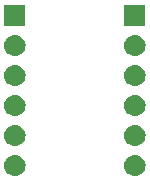
<source format=gbr>
G04 #@! TF.GenerationSoftware,KiCad,Pcbnew,(5.1.4)-1*
G04 #@! TF.CreationDate,2019-10-08T20:24:19-04:00*
G04 #@! TF.ProjectId,logic level shifter (bidirectional),6c6f6769-6320-46c6-9576-656c20736869,rev?*
G04 #@! TF.SameCoordinates,Original*
G04 #@! TF.FileFunction,Soldermask,Bot*
G04 #@! TF.FilePolarity,Negative*
%FSLAX46Y46*%
G04 Gerber Fmt 4.6, Leading zero omitted, Abs format (unit mm)*
G04 Created by KiCad (PCBNEW (5.1.4)-1) date 2019-10-08 20:24:19*
%MOMM*%
%LPD*%
G04 APERTURE LIST*
%ADD10C,0.100000*%
G04 APERTURE END LIST*
D10*
G36*
X109203442Y-83763718D02*
G01*
X109269627Y-83770237D01*
X109439466Y-83821757D01*
X109595991Y-83905422D01*
X109631729Y-83934752D01*
X109733186Y-84018014D01*
X109816448Y-84119471D01*
X109845778Y-84155209D01*
X109929443Y-84311734D01*
X109980963Y-84481573D01*
X109998359Y-84658200D01*
X109980963Y-84834827D01*
X109929443Y-85004666D01*
X109845778Y-85161191D01*
X109816448Y-85196929D01*
X109733186Y-85298386D01*
X109631729Y-85381648D01*
X109595991Y-85410978D01*
X109439466Y-85494643D01*
X109269627Y-85546163D01*
X109203443Y-85552681D01*
X109137260Y-85559200D01*
X109048740Y-85559200D01*
X108982557Y-85552681D01*
X108916373Y-85546163D01*
X108746534Y-85494643D01*
X108590009Y-85410978D01*
X108554271Y-85381648D01*
X108452814Y-85298386D01*
X108369552Y-85196929D01*
X108340222Y-85161191D01*
X108256557Y-85004666D01*
X108205037Y-84834827D01*
X108187641Y-84658200D01*
X108205037Y-84481573D01*
X108256557Y-84311734D01*
X108340222Y-84155209D01*
X108369552Y-84119471D01*
X108452814Y-84018014D01*
X108554271Y-83934752D01*
X108590009Y-83905422D01*
X108746534Y-83821757D01*
X108916373Y-83770237D01*
X108982558Y-83763718D01*
X109048740Y-83757200D01*
X109137260Y-83757200D01*
X109203442Y-83763718D01*
X109203442Y-83763718D01*
G37*
G36*
X119363442Y-83763718D02*
G01*
X119429627Y-83770237D01*
X119599466Y-83821757D01*
X119755991Y-83905422D01*
X119791729Y-83934752D01*
X119893186Y-84018014D01*
X119976448Y-84119471D01*
X120005778Y-84155209D01*
X120089443Y-84311734D01*
X120140963Y-84481573D01*
X120158359Y-84658200D01*
X120140963Y-84834827D01*
X120089443Y-85004666D01*
X120005778Y-85161191D01*
X119976448Y-85196929D01*
X119893186Y-85298386D01*
X119791729Y-85381648D01*
X119755991Y-85410978D01*
X119599466Y-85494643D01*
X119429627Y-85546163D01*
X119363443Y-85552681D01*
X119297260Y-85559200D01*
X119208740Y-85559200D01*
X119142557Y-85552681D01*
X119076373Y-85546163D01*
X118906534Y-85494643D01*
X118750009Y-85410978D01*
X118714271Y-85381648D01*
X118612814Y-85298386D01*
X118529552Y-85196929D01*
X118500222Y-85161191D01*
X118416557Y-85004666D01*
X118365037Y-84834827D01*
X118347641Y-84658200D01*
X118365037Y-84481573D01*
X118416557Y-84311734D01*
X118500222Y-84155209D01*
X118529552Y-84119471D01*
X118612814Y-84018014D01*
X118714271Y-83934752D01*
X118750009Y-83905422D01*
X118906534Y-83821757D01*
X119076373Y-83770237D01*
X119142558Y-83763718D01*
X119208740Y-83757200D01*
X119297260Y-83757200D01*
X119363442Y-83763718D01*
X119363442Y-83763718D01*
G37*
G36*
X109203442Y-81223718D02*
G01*
X109269627Y-81230237D01*
X109439466Y-81281757D01*
X109595991Y-81365422D01*
X109631729Y-81394752D01*
X109733186Y-81478014D01*
X109816448Y-81579471D01*
X109845778Y-81615209D01*
X109929443Y-81771734D01*
X109980963Y-81941573D01*
X109998359Y-82118200D01*
X109980963Y-82294827D01*
X109929443Y-82464666D01*
X109845778Y-82621191D01*
X109816448Y-82656929D01*
X109733186Y-82758386D01*
X109631729Y-82841648D01*
X109595991Y-82870978D01*
X109439466Y-82954643D01*
X109269627Y-83006163D01*
X109203442Y-83012682D01*
X109137260Y-83019200D01*
X109048740Y-83019200D01*
X108982558Y-83012682D01*
X108916373Y-83006163D01*
X108746534Y-82954643D01*
X108590009Y-82870978D01*
X108554271Y-82841648D01*
X108452814Y-82758386D01*
X108369552Y-82656929D01*
X108340222Y-82621191D01*
X108256557Y-82464666D01*
X108205037Y-82294827D01*
X108187641Y-82118200D01*
X108205037Y-81941573D01*
X108256557Y-81771734D01*
X108340222Y-81615209D01*
X108369552Y-81579471D01*
X108452814Y-81478014D01*
X108554271Y-81394752D01*
X108590009Y-81365422D01*
X108746534Y-81281757D01*
X108916373Y-81230237D01*
X108982558Y-81223718D01*
X109048740Y-81217200D01*
X109137260Y-81217200D01*
X109203442Y-81223718D01*
X109203442Y-81223718D01*
G37*
G36*
X119363442Y-81223718D02*
G01*
X119429627Y-81230237D01*
X119599466Y-81281757D01*
X119755991Y-81365422D01*
X119791729Y-81394752D01*
X119893186Y-81478014D01*
X119976448Y-81579471D01*
X120005778Y-81615209D01*
X120089443Y-81771734D01*
X120140963Y-81941573D01*
X120158359Y-82118200D01*
X120140963Y-82294827D01*
X120089443Y-82464666D01*
X120005778Y-82621191D01*
X119976448Y-82656929D01*
X119893186Y-82758386D01*
X119791729Y-82841648D01*
X119755991Y-82870978D01*
X119599466Y-82954643D01*
X119429627Y-83006163D01*
X119363442Y-83012682D01*
X119297260Y-83019200D01*
X119208740Y-83019200D01*
X119142558Y-83012682D01*
X119076373Y-83006163D01*
X118906534Y-82954643D01*
X118750009Y-82870978D01*
X118714271Y-82841648D01*
X118612814Y-82758386D01*
X118529552Y-82656929D01*
X118500222Y-82621191D01*
X118416557Y-82464666D01*
X118365037Y-82294827D01*
X118347641Y-82118200D01*
X118365037Y-81941573D01*
X118416557Y-81771734D01*
X118500222Y-81615209D01*
X118529552Y-81579471D01*
X118612814Y-81478014D01*
X118714271Y-81394752D01*
X118750009Y-81365422D01*
X118906534Y-81281757D01*
X119076373Y-81230237D01*
X119142558Y-81223718D01*
X119208740Y-81217200D01*
X119297260Y-81217200D01*
X119363442Y-81223718D01*
X119363442Y-81223718D01*
G37*
G36*
X109203442Y-78683718D02*
G01*
X109269627Y-78690237D01*
X109439466Y-78741757D01*
X109595991Y-78825422D01*
X109631729Y-78854752D01*
X109733186Y-78938014D01*
X109816448Y-79039471D01*
X109845778Y-79075209D01*
X109929443Y-79231734D01*
X109980963Y-79401573D01*
X109998359Y-79578200D01*
X109980963Y-79754827D01*
X109929443Y-79924666D01*
X109845778Y-80081191D01*
X109816448Y-80116929D01*
X109733186Y-80218386D01*
X109631729Y-80301648D01*
X109595991Y-80330978D01*
X109439466Y-80414643D01*
X109269627Y-80466163D01*
X109203442Y-80472682D01*
X109137260Y-80479200D01*
X109048740Y-80479200D01*
X108982558Y-80472682D01*
X108916373Y-80466163D01*
X108746534Y-80414643D01*
X108590009Y-80330978D01*
X108554271Y-80301648D01*
X108452814Y-80218386D01*
X108369552Y-80116929D01*
X108340222Y-80081191D01*
X108256557Y-79924666D01*
X108205037Y-79754827D01*
X108187641Y-79578200D01*
X108205037Y-79401573D01*
X108256557Y-79231734D01*
X108340222Y-79075209D01*
X108369552Y-79039471D01*
X108452814Y-78938014D01*
X108554271Y-78854752D01*
X108590009Y-78825422D01*
X108746534Y-78741757D01*
X108916373Y-78690237D01*
X108982558Y-78683718D01*
X109048740Y-78677200D01*
X109137260Y-78677200D01*
X109203442Y-78683718D01*
X109203442Y-78683718D01*
G37*
G36*
X119363442Y-78683718D02*
G01*
X119429627Y-78690237D01*
X119599466Y-78741757D01*
X119755991Y-78825422D01*
X119791729Y-78854752D01*
X119893186Y-78938014D01*
X119976448Y-79039471D01*
X120005778Y-79075209D01*
X120089443Y-79231734D01*
X120140963Y-79401573D01*
X120158359Y-79578200D01*
X120140963Y-79754827D01*
X120089443Y-79924666D01*
X120005778Y-80081191D01*
X119976448Y-80116929D01*
X119893186Y-80218386D01*
X119791729Y-80301648D01*
X119755991Y-80330978D01*
X119599466Y-80414643D01*
X119429627Y-80466163D01*
X119363442Y-80472682D01*
X119297260Y-80479200D01*
X119208740Y-80479200D01*
X119142558Y-80472682D01*
X119076373Y-80466163D01*
X118906534Y-80414643D01*
X118750009Y-80330978D01*
X118714271Y-80301648D01*
X118612814Y-80218386D01*
X118529552Y-80116929D01*
X118500222Y-80081191D01*
X118416557Y-79924666D01*
X118365037Y-79754827D01*
X118347641Y-79578200D01*
X118365037Y-79401573D01*
X118416557Y-79231734D01*
X118500222Y-79075209D01*
X118529552Y-79039471D01*
X118612814Y-78938014D01*
X118714271Y-78854752D01*
X118750009Y-78825422D01*
X118906534Y-78741757D01*
X119076373Y-78690237D01*
X119142558Y-78683718D01*
X119208740Y-78677200D01*
X119297260Y-78677200D01*
X119363442Y-78683718D01*
X119363442Y-78683718D01*
G37*
G36*
X109203443Y-76143719D02*
G01*
X109269627Y-76150237D01*
X109439466Y-76201757D01*
X109595991Y-76285422D01*
X109631729Y-76314752D01*
X109733186Y-76398014D01*
X109816448Y-76499471D01*
X109845778Y-76535209D01*
X109929443Y-76691734D01*
X109980963Y-76861573D01*
X109998359Y-77038200D01*
X109980963Y-77214827D01*
X109929443Y-77384666D01*
X109845778Y-77541191D01*
X109816448Y-77576929D01*
X109733186Y-77678386D01*
X109631729Y-77761648D01*
X109595991Y-77790978D01*
X109439466Y-77874643D01*
X109269627Y-77926163D01*
X109203443Y-77932681D01*
X109137260Y-77939200D01*
X109048740Y-77939200D01*
X108982557Y-77932681D01*
X108916373Y-77926163D01*
X108746534Y-77874643D01*
X108590009Y-77790978D01*
X108554271Y-77761648D01*
X108452814Y-77678386D01*
X108369552Y-77576929D01*
X108340222Y-77541191D01*
X108256557Y-77384666D01*
X108205037Y-77214827D01*
X108187641Y-77038200D01*
X108205037Y-76861573D01*
X108256557Y-76691734D01*
X108340222Y-76535209D01*
X108369552Y-76499471D01*
X108452814Y-76398014D01*
X108554271Y-76314752D01*
X108590009Y-76285422D01*
X108746534Y-76201757D01*
X108916373Y-76150237D01*
X108982557Y-76143719D01*
X109048740Y-76137200D01*
X109137260Y-76137200D01*
X109203443Y-76143719D01*
X109203443Y-76143719D01*
G37*
G36*
X119363443Y-76143719D02*
G01*
X119429627Y-76150237D01*
X119599466Y-76201757D01*
X119755991Y-76285422D01*
X119791729Y-76314752D01*
X119893186Y-76398014D01*
X119976448Y-76499471D01*
X120005778Y-76535209D01*
X120089443Y-76691734D01*
X120140963Y-76861573D01*
X120158359Y-77038200D01*
X120140963Y-77214827D01*
X120089443Y-77384666D01*
X120005778Y-77541191D01*
X119976448Y-77576929D01*
X119893186Y-77678386D01*
X119791729Y-77761648D01*
X119755991Y-77790978D01*
X119599466Y-77874643D01*
X119429627Y-77926163D01*
X119363443Y-77932681D01*
X119297260Y-77939200D01*
X119208740Y-77939200D01*
X119142557Y-77932681D01*
X119076373Y-77926163D01*
X118906534Y-77874643D01*
X118750009Y-77790978D01*
X118714271Y-77761648D01*
X118612814Y-77678386D01*
X118529552Y-77576929D01*
X118500222Y-77541191D01*
X118416557Y-77384666D01*
X118365037Y-77214827D01*
X118347641Y-77038200D01*
X118365037Y-76861573D01*
X118416557Y-76691734D01*
X118500222Y-76535209D01*
X118529552Y-76499471D01*
X118612814Y-76398014D01*
X118714271Y-76314752D01*
X118750009Y-76285422D01*
X118906534Y-76201757D01*
X119076373Y-76150237D01*
X119142557Y-76143719D01*
X119208740Y-76137200D01*
X119297260Y-76137200D01*
X119363443Y-76143719D01*
X119363443Y-76143719D01*
G37*
G36*
X119363443Y-73603719D02*
G01*
X119429627Y-73610237D01*
X119599466Y-73661757D01*
X119755991Y-73745422D01*
X119791729Y-73774752D01*
X119893186Y-73858014D01*
X119976448Y-73959471D01*
X120005778Y-73995209D01*
X120089443Y-74151734D01*
X120140963Y-74321573D01*
X120158359Y-74498200D01*
X120140963Y-74674827D01*
X120089443Y-74844666D01*
X120005778Y-75001191D01*
X119976448Y-75036929D01*
X119893186Y-75138386D01*
X119791729Y-75221648D01*
X119755991Y-75250978D01*
X119599466Y-75334643D01*
X119429627Y-75386163D01*
X119363443Y-75392681D01*
X119297260Y-75399200D01*
X119208740Y-75399200D01*
X119142557Y-75392681D01*
X119076373Y-75386163D01*
X118906534Y-75334643D01*
X118750009Y-75250978D01*
X118714271Y-75221648D01*
X118612814Y-75138386D01*
X118529552Y-75036929D01*
X118500222Y-75001191D01*
X118416557Y-74844666D01*
X118365037Y-74674827D01*
X118347641Y-74498200D01*
X118365037Y-74321573D01*
X118416557Y-74151734D01*
X118500222Y-73995209D01*
X118529552Y-73959471D01*
X118612814Y-73858014D01*
X118714271Y-73774752D01*
X118750009Y-73745422D01*
X118906534Y-73661757D01*
X119076373Y-73610237D01*
X119142557Y-73603719D01*
X119208740Y-73597200D01*
X119297260Y-73597200D01*
X119363443Y-73603719D01*
X119363443Y-73603719D01*
G37*
G36*
X109203443Y-73603719D02*
G01*
X109269627Y-73610237D01*
X109439466Y-73661757D01*
X109595991Y-73745422D01*
X109631729Y-73774752D01*
X109733186Y-73858014D01*
X109816448Y-73959471D01*
X109845778Y-73995209D01*
X109929443Y-74151734D01*
X109980963Y-74321573D01*
X109998359Y-74498200D01*
X109980963Y-74674827D01*
X109929443Y-74844666D01*
X109845778Y-75001191D01*
X109816448Y-75036929D01*
X109733186Y-75138386D01*
X109631729Y-75221648D01*
X109595991Y-75250978D01*
X109439466Y-75334643D01*
X109269627Y-75386163D01*
X109203443Y-75392681D01*
X109137260Y-75399200D01*
X109048740Y-75399200D01*
X108982557Y-75392681D01*
X108916373Y-75386163D01*
X108746534Y-75334643D01*
X108590009Y-75250978D01*
X108554271Y-75221648D01*
X108452814Y-75138386D01*
X108369552Y-75036929D01*
X108340222Y-75001191D01*
X108256557Y-74844666D01*
X108205037Y-74674827D01*
X108187641Y-74498200D01*
X108205037Y-74321573D01*
X108256557Y-74151734D01*
X108340222Y-73995209D01*
X108369552Y-73959471D01*
X108452814Y-73858014D01*
X108554271Y-73774752D01*
X108590009Y-73745422D01*
X108746534Y-73661757D01*
X108916373Y-73610237D01*
X108982557Y-73603719D01*
X109048740Y-73597200D01*
X109137260Y-73597200D01*
X109203443Y-73603719D01*
X109203443Y-73603719D01*
G37*
G36*
X120154000Y-72859200D02*
G01*
X118352000Y-72859200D01*
X118352000Y-71057200D01*
X120154000Y-71057200D01*
X120154000Y-72859200D01*
X120154000Y-72859200D01*
G37*
G36*
X109994000Y-72859200D02*
G01*
X108192000Y-72859200D01*
X108192000Y-71057200D01*
X109994000Y-71057200D01*
X109994000Y-72859200D01*
X109994000Y-72859200D01*
G37*
M02*

</source>
